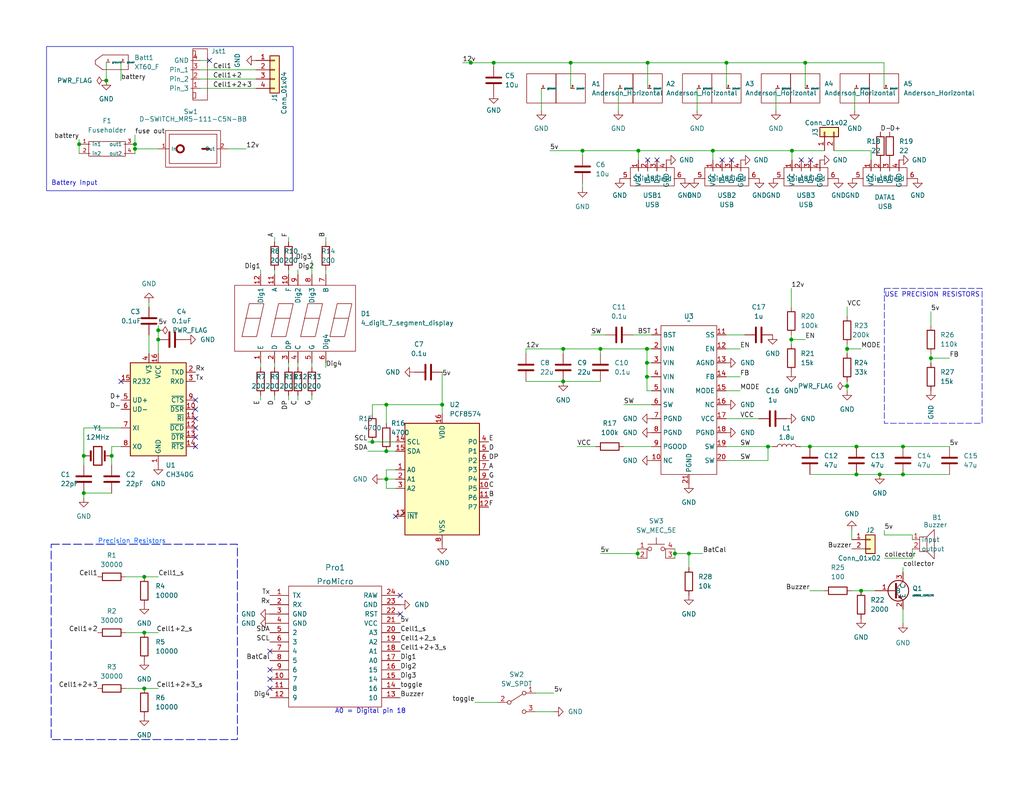
<source format=kicad_sch>
(kicad_sch (version 20230121) (generator eeschema)
  (paper "USLetter")
  (title_block (title "Power Distribution Board") (rev "1") (company "Pioneers in Engineering") (comment 1 "Design By: Justin H."))
  (junction (at 21.59 39.37))
  (junction (at 105.41 123.19))
  (junction (at 209.55 121.92))
  (junction (at 254 97.79))
  (junction (at 39.37 157.48))
  (junction (at 246.38 129.54))
  (junction (at 187.96 151.13))
  (junction (at 36.83 40.64))
  (junction (at 220.98 121.92))
  (junction (at 120.65 110.49))
  (junction (at 153.67 95.25))
  (junction (at 194.5 41.14))
  (junction (at 163.83 95.25))
  (junction (at 176.53 102.87))
  (junction (at 134.71 17.13))
  (junction (at 155.71 17.13))
  (junction (at 184.15 151.13))
  (junction (at 174.18 41.14))
  (junction (at 39.37 172.72))
  (junction (at 176.53 95.25))
  (junction (at 22.86 134.62))
  (junction (at 105.41 130.81))
  (junction (at 153.67 104.14))
  (junction (at 36.83 39.37))
  (junction (at 216.09 41.14))
  (junction (at 198.21 17.13))
  (junction (at 176.71 17.13))
  (junction (at 233.68 121.92))
  (junction (at 219.71 17.13))
  (junction (at 43.18 90.17))
  (junction (at 173.99 151.13))
  (junction (at 43.18 92.71))
  (junction (at 128.46 17.13))
  (junction (at 105.41 110.49))
  (junction (at 231.14 95.25))
  (junction (at 231.14 105.41))
  (junction (at 39.37 187.96))
  (junction (at 234.95 161.29))
  (junction (at 240.03 129.54))
  (junction (at 176.53 99.06))
  (junction (at 246.38 121.92))
  (junction (at 215.9 92.71))
  (junction (at 101.6 120.65))
  (junction (at 29 22))
  (junction (at 30.48 124.46))
  (junction (at 158.94 41.14))
  (junction (at 233.68 129.54))
  (junction (at 22.86 124.46))
  (no_connect (at 53.34 111.76))
  (no_connect (at 57.15 16.51))
  (no_connect (at 218.63 43.68))
  (no_connect (at 53.34 114.3))
  (no_connect (at 197.04 43.68))
  (no_connect (at 53.34 119.38))
  (no_connect (at 53.34 121.92))
  (no_connect (at 73.66 177.8))
  (no_connect (at 176.72 43.68))
  (no_connect (at 179.26 43.68))
  (no_connect (at 221.17 43.68))
  (no_connect (at 109.22 162.56))
  (no_connect (at 109.22 167.64))
  (no_connect (at 199.58 43.68))
  (no_connect (at 107.95 140.97))
  (no_connect (at 53.34 109.22))
  (no_connect (at 53.34 116.84))
  (no_connect (at 33.02 104.14))
  (no_connect (at 73.66 187.96))
  (no_connect (at 73.66 182.88))
  (no_connect (at 73.66 185.42))
  (wire (pts (xy 198.12 91.44) (xy 203.2 91.44)))
  (wire (pts (xy 248.92 147.32) (xy 248.92 146.05)))
  (wire (pts (xy 231.14 93.98) (xy 231.14 95.25)))
  (wire (pts (xy 88.9 73.66) (xy 88.9 74.93)))
  (wire (pts (xy 81.28 73.66) (xy 81.28 74.93)))
  (wire (pts (xy 43.18 88.9) (xy 43.18 90.17)))
  (wire (pts (xy 198.12 125.73) (xy 209.55 125.73)))
  (wire (pts (xy 174.18 41.14) (xy 194.5 41.14)))
  (wire (pts (xy 147.71 24.13) (xy 147.71 30.13)))
  (wire (pts (xy 176.53 102.87) (xy 176.53 106.68)))
  (wire (pts (xy 177.8 95.25) (xy 176.53 95.25)))
  (wire (pts (xy 158.94 41.14) (xy 174.18 41.14)))
  (wire (pts (xy 22.86 124.46) (xy 22.86 127)))
  (wire (pts (xy 216.09 41.14) (xy 216.09 43.68)))
  (wire (pts (xy 74.93 73.66) (xy 74.93 74.93)))
  (wire (pts (xy 176.53 102.87) (xy 177.8 102.87)))
  (wire (pts (xy 163.83 151.13) (xy 173.99 151.13)))
  (wire (pts (xy 219.71 92.71) (xy 215.9 92.71)))
  (wire (pts (xy 187.96 151.13) (xy 191.77 151.13)))
  (wire (pts (xy 100.33 123.19) (xy 105.41 123.19)))
  (wire (pts (xy 54.61 21.59) (xy 69.85 21.59)))
  (wire (pts (xy 40.64 91.44) (xy 40.64 96.52)))
  (wire (pts (xy 155.71 17.13) (xy 155.71 24.13)))
  (wire (pts (xy 155.71 17.13) (xy 176.71 17.13)))
  (wire (pts (xy 237.68 41.14) (xy 237.68 43.68)))
  (wire (pts (xy 170.18 110.49) (xy 177.8 110.49)))
  (wire (pts (xy 105.41 128.27) (xy 107.95 128.27)))
  (wire (pts (xy 246.38 166.37) (xy 246.38 170.18)))
  (wire (pts (xy 88.9 99.06) (xy 88.9 100.33)))
  (wire (pts (xy 71.12 73.66) (xy 71.12 74.93)))
  (wire (pts (xy 85.09 99.06) (xy 85.09 100.33)))
  (wire (pts (xy 129.54 191.77) (xy 135.89 191.77)))
  (wire (pts (xy 227.52 41.14) (xy 237.68 41.14)))
  (wire (pts (xy 194.5 41.14) (xy 216.09 41.14)))
  (wire (pts (xy 233.21 24.13) (xy 233.21 30.13)))
  (wire (pts (xy 105.41 110.49) (xy 120.65 110.49)))
  (wire (pts (xy 33.02 116.84) (xy 22.86 116.84)))
  (wire (pts (xy 126.21 17.13) (xy 128.46 17.13)))
  (wire (pts (xy 39.37 187.96) (xy 43.18 187.96)))
  (wire (pts (xy 74.93 64.77) (xy 74.93 66.04)))
  (wire (pts (xy 163.83 95.25) (xy 163.83 96.52)))
  (wire (pts (xy 74.93 107.95) (xy 74.93 109.22)))
  (wire (pts (xy 234.95 161.29) (xy 238.76 161.29)))
  (wire (pts (xy 254 85.09) (xy 254 88.9)))
  (wire (pts (xy 134.71 17.13) (xy 134.71 18.13)))
  (wire (pts (xy 40.64 83.82) (xy 40.64 82.55)))
  (wire (pts (xy 158.94 50.03) (xy 158.94 51.3)))
  (wire (pts (xy 248.92 149.86) (xy 248.92 152.4)))
  (wire (pts (xy 134.71 25.75) (xy 134.71 25.69)))
  (wire (pts (xy 163.83 95.25) (xy 153.67 95.25)))
  (wire (pts (xy 54.61 19.05) (xy 69.85 19.05)))
  (wire (pts (xy 172.72 91.44) (xy 177.8 91.44)))
  (wire (pts (xy 198.12 106.68) (xy 201.93 106.68)))
  (wire (pts (xy 220.98 161.29) (xy 224.79 161.29)))
  (wire (pts (xy 176.71 17.13) (xy 198.21 17.13)))
  (wire (pts (xy 43.18 90.17) (xy 43.18 92.71)))
  (wire (pts (xy 176.71 17.13) (xy 176.71 24.13)))
  (wire (pts (xy 184.15 151.13) (xy 187.96 151.13)))
  (wire (pts (xy 71.12 99.06) (xy 71.12 100.33)))
  (wire (pts (xy 128.46 17.01) (xy 128.46 17.13)))
  (wire (pts (xy 220.98 121.92) (xy 233.68 121.92)))
  (wire (pts (xy 231.14 106.68) (xy 231.14 105.41)))
  (wire (pts (xy 120.65 110.49) (xy 120.65 113.03)))
  (wire (pts (xy 22.86 116.84) (xy 22.86 124.46)))
  (wire (pts (xy 198.12 121.92) (xy 209.55 121.92)))
  (wire (pts (xy 241.3 146.05) (xy 248.92 146.05)))
  (wire (pts (xy 34.29 172.72) (xy 39.37 172.72)))
  (wire (pts (xy 184.15 151.13) (xy 184.15 152.4)))
  (wire (pts (xy 101.6 120.65) (xy 107.95 120.65)))
  (wire (pts (xy 173.99 151.13) (xy 173.99 152.4)))
  (wire (pts (xy 54.61 16.51) (xy 57.15 16.51)))
  (wire (pts (xy 216.09 41.14) (xy 224.98 41.14)))
  (wire (pts (xy 105.41 130.81) (xy 105.41 133.35)))
  (wire (pts (xy 220.98 129.54) (xy 233.68 129.54)))
  (wire (pts (xy 105.41 110.49) (xy 105.41 115.57)))
  (wire (pts (xy 198.21 17.13) (xy 198.21 24.13)))
  (wire (pts (xy 219.71 17.13) (xy 241.21 17.13)))
  (wire (pts (xy 36.83 36.83) (xy 36.83 39.37)))
  (wire (pts (xy 104.14 130.81) (xy 105.41 130.81)))
  (wire (pts (xy 198.12 102.87) (xy 201.93 102.87)))
  (wire (pts (xy 105.41 130.81) (xy 105.41 128.27)))
  (wire (pts (xy 190.21 24.13) (xy 190.21 30.13)))
  (wire (pts (xy 101.6 113.03) (xy 101.6 110.49)))
  (wire (pts (xy 105.41 123.19) (xy 107.95 123.19)))
  (wire (pts (xy 241.21 17.13) (xy 241.21 24.13)))
  (wire (pts (xy 22.86 134.62) (xy 22.86 135.89)))
  (wire (pts (xy 153.67 95.25) (xy 153.67 96.52)))
  (wire (pts (xy 184.15 149.86) (xy 184.15 151.13)))
  (wire (pts (xy 176.53 95.25) (xy 163.83 95.25)))
  (wire (pts (xy 161.29 91.44) (xy 165.1 91.44)))
  (wire (pts (xy 174.18 41.14) (xy 174.18 43.68)))
  (wire (pts (xy 30.48 124.46) (xy 30.48 127)))
  (wire (pts (xy 173.99 149.86) (xy 173.99 151.13)))
  (wire (pts (xy 153.67 104.14) (xy 163.83 104.14)))
  (wire (pts (xy 176.53 99.06) (xy 177.8 99.06)))
  (wire (pts (xy 158.94 41.14) (xy 158.94 42.41)))
  (wire (pts (xy 85.09 107.95) (xy 85.09 109.22)))
  (wire (pts (xy 33.02 121.92) (xy 30.48 121.92)))
  (wire (pts (xy 198.21 17.13) (xy 219.71 17.13)))
  (wire (pts (xy 33 17) (xy 33 22)))
  (wire (pts (xy 34.29 157.48) (xy 39.37 157.48)))
  (wire (pts (xy 39.37 157.48) (xy 43.18 157.48)))
  (wire (pts (xy 254 97.79) (xy 254 99.06)))
  (wire (pts (xy 194.5 41.14) (xy 194.5 43.68)))
  (wire (pts (xy 105.41 130.81) (xy 107.95 130.81)))
  (wire (pts (xy 22.86 134.62) (xy 30.48 134.62)))
  (wire (pts (xy 233.68 121.92) (xy 246.38 121.92)))
  (wire (pts (xy 157.48 121.92) (xy 162.56 121.92)))
  (wire (pts (xy 143.51 104.14) (xy 153.67 104.14)))
  (wire (pts (xy 85.09 71.12) (xy 85.09 74.93)))
  (wire (pts (xy 43.18 92.71) (xy 43.18 96.52)))
  (wire (pts (xy 146.05 189.23) (xy 151.13 189.23)))
  (wire (pts (xy 150.05 41.14) (xy 158.94 41.14)))
  (wire (pts (xy 146.05 194.31) (xy 151.13 194.31)))
  (wire (pts (xy 36.83 40.64) (xy 43.18 40.64)))
  (wire (pts (xy 81.28 99.06) (xy 81.28 100.33)))
  (wire (pts (xy 170.18 121.92) (xy 177.8 121.92)))
  (wire (pts (xy 233.68 129.54) (xy 240.03 129.54)))
  (wire (pts (xy 71.12 107.95) (xy 71.12 109.22)))
  (wire (pts (xy 219.71 17.13) (xy 219.71 24.13)))
  (wire (pts (xy 88.9 64.77) (xy 88.9 66.04)))
  (wire (pts (xy 100.33 120.65) (xy 101.6 120.65)))
  (wire (pts (xy 215.9 78.74) (xy 215.9 83.82)))
  (wire (pts (xy 107.95 133.35) (xy 105.41 133.35)))
  (wire (pts (xy 246.38 154.94) (xy 246.38 156.21)))
  (wire (pts (xy 128.46 17.13) (xy 134.71 17.13)))
  (wire (pts (xy 34.29 187.96) (xy 39.37 187.96)))
  (wire (pts (xy 30.48 121.92) (xy 30.48 124.46)))
  (wire (pts (xy 78.74 64.77) (xy 78.74 66.04)))
  (wire (pts (xy 101.6 110.49) (xy 105.41 110.49)))
  (wire (pts (xy 241.3 144.78) (xy 241.3 146.05)))
  (wire (pts (xy 176.53 99.06) (xy 176.53 102.87)))
  (wire (pts (xy 231.14 95.25) (xy 234.95 95.25)))
  (wire (pts (xy 209.55 121.92) (xy 210.82 121.92)))
  (wire (pts (xy 78.74 73.66) (xy 78.74 74.93)))
  (wire (pts (xy 168.71 24.13) (xy 168.71 30.13)))
  (wire (pts (xy 218.44 121.92) (xy 220.98 121.92)))
  (wire (pts (xy 254 96.52) (xy 254 97.79)))
  (wire (pts (xy 231.14 83.82) (xy 231.14 86.36)))
  (wire (pts (xy 78.74 107.95) (xy 78.74 109.22)))
  (wire (pts (xy 241.3 152.4) (xy 248.92 152.4)))
  (wire (pts (xy 74.93 99.06) (xy 74.93 100.33)))
  (wire (pts (xy 143.51 95.25) (xy 143.51 96.52)))
  (wire (pts (xy 120.65 101.6) (xy 120.65 110.49)))
  (wire (pts (xy 21.59 38.1) (xy 21.59 39.37)))
  (wire (pts (xy 36.83 39.37) (xy 36.83 40.64)))
  (wire (pts (xy 78.74 99.06) (xy 78.74 100.33)))
  (wire (pts (xy 134.71 17.13) (xy 155.71 17.13)))
  (wire (pts (xy 153.67 95.25) (xy 143.51 95.25)))
  (wire (pts (xy 231.14 105.41) (xy 231.14 104.14)))
  (wire (pts (xy 240.03 129.54) (xy 246.38 129.54)))
  (wire (pts (xy 246.38 129.54) (xy 259.08 129.54)))
  (wire (pts (xy 232.41 161.29) (xy 234.95 161.29)))
  (wire (pts (xy 209.55 121.92) (xy 209.55 125.73)))
  (wire (pts (xy 187.96 151.13) (xy 187.96 154.94)))
  (wire (pts (xy 21.59 39.37) (xy 21.59 41.91)))
  (wire (pts (xy 81.28 107.95) (xy 81.28 109.22)))
  (wire (pts (xy 198.12 95.25) (xy 201.93 95.25)))
  (wire (pts (xy 254 97.79) (xy 259.08 97.79)))
  (wire (pts (xy 215.9 91.44) (xy 215.9 92.71)))
  (wire (pts (xy 198.12 114.3) (xy 207.01 114.3)))
  (wire (pts (xy 177.8 106.68) (xy 176.53 106.68)))
  (wire (pts (xy 29 17) (xy 29 22)))
  (wire (pts (xy 39.37 172.72) (xy 43.18 172.72)))
  (wire (pts (xy 246.38 121.92) (xy 259.08 121.92)))
  (wire (pts (xy 62.18 40.64) (xy 67.15 40.64)))
  (wire (pts (xy 54.61 24.13) (xy 69.85 24.13)))
  (wire (pts (xy 36.83 40.64) (xy 36.83 41.91)))
  (wire (pts (xy 232.41 144.78) (xy 232.41 147.32)))
  (wire (pts (xy 211.71 24.13) (xy 211.71 30.13)))
  (wire (pts (xy 215.9 92.71) (xy 215.9 93.98)))
  (wire (pts (xy 176.53 95.25) (xy 176.53 99.06)))
  (wire (pts (xy 231.14 95.25) (xy 231.14 96.52)))
  (rectangle (start 13.97 148.59) (end 64.77 201.93) (stroke (width 0.2032) (type dash)))
  (rectangle (start 241.3 78.74) (end 267.97 115.57) (stroke (width 0) (type dash)))
  (rectangle (start 12.7 12.7) (end 80.01 52.07))
  (text "A0 = Digital pin 18" (at 91.3556 194.97 0) (effects (font (size 1.27 1.27)) (justify left bottom)))
  (text "Precision Resistors" (at 26.67 148.59 0) (effects (font (size 1.27 1.27)) (justify left bottom)))
  (text "USE PRECISION RESISTORS" (at 241.3 81.28 0) (effects (font (size 1.27 1.27)) (justify left bottom)))
  (text "Battery Input" (at 13.97 50.8 0) (effects (font (size 1.27 1.27)) (justify left bottom)))
  (label "BST" (at 173.99 91.44 0))
  (label "A" (at 133.35 128.27 0))
  (label "MODE" (at 201.93 106.68 0))
  (label "BatCal" (at 73.66 180.34 180))
  (label "Rx" (at 73.66 165.1 180))
  (label "E" (at 71.12 109.22 270))
  (label "5v" (at 150.05 41.14 0))
  (label "SW" (at 161.29 91.44 0))
  (label "SCL" (at 100.33 120.65 180))
  (label "SW" (at 170.18 110.49 0))
  (label "B" (at 88.9 64.77 90))
  (label "5v" (at 163.83 151.13 0))
  (label "12v" (at 126.21 17.13 0))
  (label "toggle" (at 129.54 191.77 180))
  (label "Cell1+2+3_s" (at 109.22 177.8 0))
  (label "collector" (at 246.38 154.94 0))
  (label "SCL" (at 73.66 175.26 180))
  (label "5v" (at 241.3 144.78 0))
  (label "B" (at 133.35 135.89 0))
  (label "G" (at 85.09 109.22 270))
  (label "D+" (at 242.76 36.06 0))
  (label "Cell1" (at 58.11 19.05 0))
  (label "Dig2" (at 109.22 182.88 0))
  (label "C" (at 133.35 133.35 0))
  (label "D-" (at 33.02 111.76 180))
  (label "Dig1" (at 109.22 180.34 0))
  (label "DP" (at 133.35 125.73 0))
  (label "toggle" (at 109.22 187.96 0))
  (label "5v" (at 254 85.09 0))
  (label "SW" (at 201.93 125.73 0))
  (label "5v" (at 120.65 102.87 0))
  (label "battery" (at 33 22 0))
  (label "Cell1_s" (at 43.18 157.48 0))
  (label "Cell1+2_s" (at 42.7 172.72 0))
  (label "Cell1+2+3" (at 58.11 24.13 0))
  (label "Dig4" (at 88.9 100.33 0))
  (label "G" (at 133.35 130.81 0))
  (label "Cell1_s" (at 109.22 172.72 0))
  (label "MODE" (at 234.95 95.25 0))
  (label "Buzzer" (at 220.98 161.29 180))
  (label "Dig3" (at 109.22 185.42 0))
  (label "VCC" (at 201.93 114.3 0))
  (label "F" (at 78.74 64.77 90))
  (label "5v" (at 109.22 170.18 0))
  (label "Buzzer" (at 109.22 190.5 0))
  (label "D-" (at 240.22 36.06 0))
  (label "Cell1" (at 26.67 157.48 180))
  (label "Cell1+2" (at 26.67 172.72 180))
  (label "Cell1+2+3" (at 26.67 187.96 180))
  (label "F" (at 133.35 138.43 0))
  (label "FB" (at 201.93 102.87 0))
  (label "Buzzer" (at 232.41 149.86 180))
  (label "fuse out" (at 36.83 36.83 0))
  (label "EN" (at 201.93 95.25 0))
  (label "DP" (at 78.74 109.22 270))
  (label "C" (at 81.28 109.22 270))
  (label "Cell1+2" (at 58.11 21.59 0))
  (label "12v" (at 143.51 95.25 0))
  (label "Tx" (at 53.34 104.14 0))
  (label "Dig4" (at 73.66 190.5 180))
  (label "SW" (at 201.93 121.92 0))
  (label "D" (at 74.93 109.22 270))
  (label "SDA" (at 100.33 123.19 180))
  (label "collector" (at 241.3 152.4 0))
  (label "12v" (at 215.9 78.74 0))
  (label "VCC" (at 231.14 83.82 0))
  (label "SDA" (at 73.66 172.72 180))
  (label "Cell1+2+3_s" (at 42.7 187.96 0))
  (label "E" (at 133.35 120.65 0))
  (label "Dig1" (at 71.12 73.66 180))
  (label "EN" (at 219.71 92.71 0))
  (label "Dig3" (at 85.09 71.12 180))
  (label "D" (at 133.35 123.19 0))
  (label "Tx" (at 73.66 162.56 180))
  (label "battery" (at 21.59 38.1 180))
  (label "5v" (at 43.18 88.9 0))
  (label "5v" (at 151.13 189.23 0))
  (label "Dig2" (at 81.28 73.66 0))
  (label "A" (at 74.93 64.77 90))
  (label "D+" (at 33.02 109.22 180))
  (label "5v" (at 259.08 121.92 0))
  (label "Cell1+2_s" (at 109.22 175.26 0))
  (label "FB" (at 259.08 97.79 0))
  (label "BatCal" (at 191.77 151.13 0))
  (label "Rx" (at 53.34 101.6 0))
  (label "12v" (at 67.15 40.64 0))
  (label "VCC" (at 157.48 121.92 0))
  (symbol (lib_id "Device:R") (at 187.96 158.75 0) (unit 1)
    (property "Reference" "R28" (at 190.5 157.48 0) (effects (justify left)))
    (property "Value" "10k" (at 190.5 160.02 0) (effects (justify left)))
    (property "Footprint" "Resistor_SMD:R_0402_1005Metric" (effects hide))
  )
  (symbol (lib_id "Device:R") (at 228.6 161.29 270) (unit 1)
    (property "Reference" "R25" (at 228.6 154.94 90))
    (property "Value" "100" (at 228.6 157.48 90))
    (property "Footprint" "Resistor_SMD:R_0603_1608Metric" (effects hide))
  )
  (symbol (lib_id "Device:R") (at 30.48 157.48 90) (unit 1)
    (property "Reference" "R1" (at 30.48 151.61 90))
    (property "Value" "30000" (at 30.48 154.15 90))
    (property "Footprint" "Resistor_SMD:R_0603_1608Metric" (effects hide))
  )
  (symbol (lib_id "Device:C") (at 207.01 91.44 90) (unit 1)
    (property "Reference" "C17" (at 207.01 83.82 90))
    (property "Value" "1u" (at 207.01 86.36 90))
    (property "Footprint" "Capacitor_SMD:C_0402_1005Metric" (effects hide))
  )
  (symbol (lib_id "Device:Crystal") (at 26.67 124.46 0) (unit 1)
    (property "Reference" "Y1" (at 26.67 116.84 0))
    (property "Value" "12MHz" (at 26.67 119.38 0))
    (property "Footprint" "PiE_Footprints:JYJE S1C12000VWFAC" (effects hide))
  )
  (symbol (lib_id "power:GND") (at 177.8 114.3 270) (unit 1)
    (property "Reference" "#PWR037" (effects hide))
    (property "Value" "GND" (at 173.99 114.3 90) (effects (justify right)))
  )
  (symbol (lib_id "power:GND") (at 186.88 48.76 0) (unit 1)
    (property "Reference" "#PWR022" (effects hide))
    (property "Value" "GND" (at 186.88 53.33 0))
  )
  (symbol (lib_id "power:GND") (at 151.13 194.31 90) (unit 1)
    (property "Reference" "#PWR030" (effects hide))
    (property "Value" "GND" (at 154.94 194.3099 90) (effects (justify right)))
  )
  (symbol (lib_id "Device:R") (at 39.37 176.53 180) (unit 1)
    (property "Reference" "R5" (at 42.39 175.2599 0) (effects (justify right)))
    (property "Value" "10000" (at 42.39 177.7999 0) (effects (justify right)))
    (property "Footprint" "Resistor_SMD:R_0603_1608Metric" (effects hide))
  )
  (symbol (lib_id "power:GND") (at 228.79 48.76 0) (unit 1)
    (property "Reference" "#PWR033" (effects hide))
    (property "Value" "GND" (at 228.79 53.33 0))
  )
  (symbol (lib_id "power:GND") (at 198.12 110.49 90) (unit 1)
    (property "Reference" "#PWR044" (effects hide))
    (property "Value" "GND" (at 201.93 110.49 90) (effects (justify right)))
  )
  (symbol (lib_id "Device:C") (at 233.68 125.73 180) (unit 1)
    (property "Reference" "C13" (at 237.49 124.46 0) (effects (justify right)))
    (property "Value" "47u" (at 237.49 127 0) (effects (justify right)))
    (property "Footprint" "Capacitor_SMD:C_1206_3216Metric" (effects hide))
  )
  (symbol (lib_id "PiE_Symbols:TPS56C230") (at 187.96 106.68 0) (unit 1)
    (property "Reference" "U3" (at 187.96 86.36 0))
    (property "Value" "~" (at 187.96 87.63 0))
    (property "Footprint" "PiE_Footprints:TPS56C230RJER" (effects hide))
  )
  (symbol (lib_id "power:GND") (at 134.71 25.69 0) (unit 1)
    (property "Reference" "#PWR010" (effects hide))
    (property "Value" "GND" (at 134.71 30.1 0))
  )
  (symbol (lib_id "Device:C") (at 210.82 114.3 90) (unit 1)
    (property "Reference" "C16" (at 210.82 106.68 90))
    (property "Value" "1u" (at 210.82 109.22 90))
    (property "Footprint" "Capacitor_SMD:C_0402_1005Metric" (effects hide))
  )
  (symbol (lib_name "GND_2") (lib_id "power:GND") (at 210.82 91.44 0) (unit 1)
    (property "Reference" "#PWR047" (effects hide))
    (property "Value" "GND" (at 210.82 96.52 0))
  )
  (symbol (lib_id "PiE_Symbols:4_digit_7_segment_display") (at 80.01 88.9 0) (unit 1)
    (property "Reference" "D1" (at 98.41 85.6299 0) (effects (justify left)))
    (property "Value" "4_digit_7_segment_display" (at 98.41 88.1699 0) (effects (justify left)))
    (property "Footprint" "PiE_Footprints:LED-SEG-TH_12P-L30.0-W13.7-P2.54-S10.16-BL" (effects hide))
  )
  (symbol (lib_name "GND_1") (lib_id "power:GND") (at 215.9 101.6 0) (unit 1)
    (property "Reference" "#PWR09" (effects hide))
    (property "Value" "GND" (at 215.9 106.68 0))
  )
  (symbol (lib_id "Device:R") (at 39.37 161.29 0) (unit 1)
    (property "Reference" "R4" (at 42.39 160.0199 0) (effects (justify left)))
    (property "Value" "10000" (at 42.39 162.5599 0) (effects (justify left)))
    (property "Footprint" "Resistor_SMD:R_0603_1608Metric" (effects hide))
  )
  (symbol (lib_id "power:GND") (at 233.21 30.13 0) (unit 1)
    (property "Reference" "#PWR035" (effects hide))
    (property "Value" "GND" (at 233.21 35.08 0))
  )
  (symbol (lib_id "power:GND") (at 198.12 118.11 90) (unit 1)
    (property "Reference" "#PWR045" (effects hide))
    (property "Value" "GND" (at 201.93 118.11 90) (effects (justify right)))
  )
  (symbol (lib_id "Device:C") (at 40.64 87.63 180) (unit 1)
    (property "Reference" "C3" (at 35.56 85.09 0) (effects (justify right)))
    (property "Value" "0.1uF" (at 33.02 87.63 0) (effects (justify right)))
    (property "Footprint" "Capacitor_SMD:C_0603_1608Metric" (effects hide))
  )
  (symbol (lib_id "Device:R") (at 254 92.71 0) (unit 1)
    (property "Reference" "R26" (at 256.54 91.44 0) (effects (justify left)))
    (property "Value" "110k" (at 256.54 93.98 0) (effects (justify left)))
    (property "Footprint" "Resistor_SMD:R_0402_1005Metric" (effects hide))
  )
  (symbol (lib_id "Device:R") (at 78.74 104.14 0) (unit 1)
    (property "Reference" "R11" (at 77.47 102.87 0) (effects (justify left)))
    (property "Value" "200" (at 76.2 105.41 0) (effects (justify left)))
    (property "Footprint" "Resistor_SMD:R_0603_1608Metric" (effects hide))
  )
  (symbol (lib_id "Interface_USB:CH340G") (at 43.18 111.76 0) (unit 1)
    (property "Reference" "U1" (at 45.1994 127 0) (effects (justify left)))
    (property "Value" "CH340G" (at 45.1994 129.54 0) (effects (justify left)))
    (property "Footprint" "Package_SO:SOP-16_3.9x9.9mm_P1.27mm" (effects hide))
    (property "Datasheet" "http://www.datasheet5.com/pdf-local-2195953" (effects hide))
  )
  (symbol (lib_id "power:GND") (at 232.6 48.76 0) (unit 1)
    (property "Reference" "#PWR034" (effects hide))
    (property "Value" "GND" (at 232.6 53.33 0))
  )
  (symbol (lib_id "power:GND") (at 189.42 48.76 0) (unit 1)
    (property "Reference" "#PWR023" (effects hide))
    (property "Value" "GND" (at 189.42 53.33 0))
  )
  (symbol (lib_id "Device:R") (at 242.76 39.87 0) (unit 1)
    (property "Reference" "R19" (at 245.3 38.5999 0) (effects (justify left)))
    (property "Value" "22" (at 245.3 41.1399 0) (effects (justify left)))
    (property "Footprint" "Resistor_SMD:R_0603_1608Metric" (effects hide))
  )
  (symbol (lib_id "power:GND") (at 211.01 48.76 0) (unit 1)
    (property "Reference" "#PWR028" (effects hide))
    (property "Value" "GND" (at 211.01 53.33 0))
  )
  (symbol (lib_id "power:GND") (at 198.12 99.06 90) (unit 1)
    (property "Reference" "#PWR043" (effects hide))
    (property "Value" "GND" (at 201.93 99.06 90) (effects (justify right)))
  )
  (symbol (lib_id "PiE_Symbols:D-SWITCH_MR5-111-C5N-BB") (at 52.18 40.64 0) (unit 1)
    (property "Reference" "Sw1" (at 52.07 30.48 0))
    (property "Value" "D-SWITCH_MR5-111-C5N-BB" (at 52.68 32.512 0))
    (property "Footprint" "PiE_Footprints:Rocker Switch" (effects hide))
  )
  (symbol (lib_id "power:PWR_FLAG") (at 29 22 90) (unit 1)
    (property "Reference" "#FLG01" (effects hide))
    (property "Value" "PWR_FLAG" (at 25.2 21.9999 90) (effects (justify left)))
  )
  (symbol (lib_id "power:GND") (at 187.96 132.08 0) (unit 1)
    (property "Reference" "#PWR041" (effects hide))
    (property "Value" "GND" (at 187.96 137.16 0))
  )
  (symbol (lib_name "USB_Type_A_903-331A1011D10100_2") (lib_id "PiE_Symbols:USB_Type_A_903-331A1011D10100") (at 219.9 48.76 180) (unit 1)
    (property "Reference" "USB3" (at 219.9 53.33 0))
    (property "Value" "USB" (at 219.9 55.87 0))
    (property "Footprint" "PiE_Footprints:USB-A_female" (effects hide))
  )
  (symbol (lib_id "power:GND") (at 73.66 167.64 270) (unit 1)
    (property "Reference" "#PWR011" (effects hide))
    (property "Value" "GND" (at 69.85 167.6399 90) (effects (justify right)))
  )
  (symbol (lib_id "Connector_Generic:Conn_01x02") (at 224.98 36.06 90) (unit 1)
    (property "Reference" "J3" (at 222.44 37.33 0) (effects (justify left)))
    (property "Value" "Conn_01x02" (at 231.33 33.52 90) (effects (justify left)))
    (property "Footprint" "PiE_Footprints:PinHeader_1x02_P2.54mm_Vertical" (effects hide))
  )
  (symbol (lib_id "power:GND") (at 177.8 125.73 270) (unit 1)
    (property "Reference" "#PWR039" (effects hide))
    (property "Value" "GND" (at 173.99 125.73 90) (effects (justify right)))
  )
  (symbol (lib_id "Device:R") (at 166.37 121.92 90) (unit 1)
    (property "Reference" "R17" (at 166.37 115.57 90))
    (property "Value" "100k" (at 166.37 118.11 90))
    (property "Footprint" "Resistor_SMD:R_0402_1005Metric" (effects hide))
  )
  (symbol (lib_name "GND_3") (lib_id "power:GND") (at 187.96 162.56 0) (unit 1)
    (property "Reference" "#PWR042" (effects hide))
    (property "Value" "GND" (at 187.96 167.64 0))
  )
  (symbol (lib_id "Interface_Expansion:PCF8574") (at 120.65 130.81 0) (unit 1)
    (property "Reference" "U2" (at 122.6694 110.49 0) (effects (justify left)))
    (property "Value" "PCF8574" (at 122.6694 113.03 0) (effects (justify left)))
    (property "Footprint" "PiE_Footprints:PCF8574T" (effects hide))
    (property "Datasheet" "http://www.nxp.com/documents/data_sheet/PCF8574_PCF8574A.pdf" (effects hide))
  )
  (symbol (lib_id "Device:R") (at 74.93 104.14 0) (unit 1)
    (property "Reference" "R9" (at 73.66 102.87 0) (effects (justify left)))
    (property "Value" "200" (at 72.39 105.41 0) (effects (justify left)))
    (property "Footprint" "Resistor_SMD:R_0603_1608Metric" (effects hide))
  )
  (symbol (lib_id "Device:R") (at 231.14 100.33 0) (unit 1)
    (property "Reference" "R24" (at 234.95 99.06 0))
    (property "Value" "33k" (at 234.95 101.6 0))
    (property "Footprint" "Resistor_SMD:R_0402_1005Metric" (effects hide))
  )
  (symbol (lib_id "PiE_Symbols:s8050_JSMSEMI") (at 244.76 160.79 0) (unit 1)
    (property "Reference" "Q1" (at 248.92 160.6549 0) (effects (justify left)))
    (property "Value" "s8050_JSMSEMI" (at 248.92 162.56 0) (effects (font (size 0.5 0.5)) (justify left)))
    (property "Footprint" "PiE_Footprints:s8050 JSMSEMI" (effects hide))
  )
  (symbol (lib_id "power:GND") (at 50.8 92.71 90) (unit 1)
    (property "Reference" "#PWR08" (effects hide))
    (property "Value" "GND" (at 54.61 92.7099 90) (effects (justify right)))
  )
  (symbol (lib_id "PiE_Symbols:USB_Type_A_903-331A1011D10100") (at 177.99 48.76 180) (unit 1)
    (property "Reference" "USB1" (at 177.99 53.33 0))
    (property "Value" "USB" (at 177.99 55.87 0))
    (property "Footprint" "PiE_Footprints:USB-A_female" (effects hide))
  )
  (symbol (lib_id "PiE_Symbols:Anderson_Horizontal") (at 237.21 20.13 0) (unit 1)
    (property "Reference" "A5" (at 246.51 22.8599 0) (effects (justify left)))
    (property "Value" "Anderson_Horizontal" (at 246.51 25.3999 0) (effects (justify left)))
    (property "Footprint" "PiE_Footprints:anderson_horizontal" (effects hide))
  )
  (symbol (lib_name "USB_Type_A_903-331A1011D10100_3") (lib_id "PiE_Symbols:USB_Type_A_903-331A1011D10100") (at 241.49 48.76 180) (unit 1)
    (property "Reference" "DATA1" (at 241.49 53.84 0))
    (property "Value" "USB" (at 241.49 56.38 0))
    (property "Footprint" "PiE_Footprints:USB-A_female" (effects hide))
  )
  (symbol (lib_id "Device:R") (at 30.48 187.96 270) (unit 1)
    (property "Reference" "R3" (at 30.48 182.09 90))
    (property "Value" "30000" (at 30.48 184.63 90))
    (property "Footprint" "Resistor_SMD:R_0603_1608Metric" (effects hide))
  )
  (symbol (lib_id "Device:R") (at 231.14 90.17 0) (unit 1)
    (property "Reference" "R23" (at 234.95 88.9 0))
    (property "Value" "200k" (at 234.95 91.44 0))
    (property "Footprint" "Resistor_SMD:R_0402_1005Metric" (effects hide))
  )
  (symbol (lib_id "Switch:SW_MEC_5E") (at 179.07 152.4 0) (unit 1)
    (property "Reference" "SW3" (at 179.07 142.24 0))
    (property "Value" "SW_MEC_5E" (at 179.07 144.78 0))
    (property "Footprint" "Button_Switch_THT:SW_PUSH_6mm" (effects hide))
    (property "Datasheet" "http://www.apem.com/int/index.php?controller=attachment&id_attachment=1371" (effects hide))
  )
  (symbol (lib_id "Device:C") (at 168.91 91.44 90) (unit 1)
    (property "Reference" "C11" (at 168.91 83.82 90))
    (property "Value" "0.1u" (at 168.91 86.36 90))
    (property "Footprint" "Capacitor_SMD:C_0402_1005Metric" (effects hide))
  )
  (symbol (lib_id "Device:R") (at 105.41 119.38 0) (unit 1)
    (property "Reference" "R16" (at 106.68 115.57 0) (effects (justify left)))
    (property "Value" "4700" (at 106.68 118.11 0) (effects (justify left)))
    (property "Footprint" "Resistor_SMD:R_0603_1608Metric" (effects hide))
  )
  (symbol (lib_id "PiE_Symbols:Anderson_Horizontal") (at 194.21 20.13 0) (unit 1)
    (property "Reference" "A3" (at 203.33 22.8599 0) (effects (justify left)))
    (property "Value" "Anderson_Horizontal" (at 203.33 25.3999 0) (effects (justify left)))
    (property "Footprint" "PiE_Footprints:anderson_horizontal" (effects hide))
  )
  (symbol (lib_id "power:GND") (at 120.65 148.59 0) (unit 1)
    (property "Reference" "#PWR024" (effects hide))
    (property "Value" "GND" (at 120.65 153.67 0))
  )
  (symbol (lib_id "power:GND") (at 181.8 43.68 90) (unit 1)
    (property "Reference" "#PWR020" (effects hide))
    (property "Value" "GND" (at 185.28 43.6799 90) (effects (justify right)))
  )
  (symbol (lib_id "power:GND") (at 232.41 144.78 180) (unit 1)
    (property "Reference" "#PWR049" (effects hide))
    (property "Value" "GND" (at 232.41 140.3 0))
  )
  (symbol (lib_id "Device:R") (at 234.95 165.1 180) (unit 1)
    (property "Reference" "R22" (at 237.49 163.83 0) (effects (justify right)))
    (property "Value" "2000" (at 237.49 166.37 0) (effects (justify right)))
    (property "Footprint" "Resistor_SMD:R_0603_1608Metric" (effects hide))
  )
  (symbol (lib_id "PiE_Symbols:XT60_F") (at 31 15 0) (unit 1)
    (property "Reference" "Batt1" (at 36.63 15.7299 0) (effects (justify left)))
    (property "Value" "XT60_F" (at 36.63 18.2699 0) (effects (justify left)))
    (property "Footprint" "PiE_Footprints:AMASS_XT60-M_1x02_P7.20mm_Vertical" (effects hide))
  )
  (symbol (lib_id "PiE_Symbols:Anderson_Horizontal") (at 172.71 20.13 0) (unit 1)
    (property "Reference" "A2" (at 181.74 22.8599 0) (effects (justify left)))
    (property "Value" "Anderson_Horizontal" (at 181.74 25.3999 0) (effects (justify left)))
    (property "Footprint" "PiE_Footprints:anderson_horizontal" (effects hide))
  )
  (symbol (lib_id "Device:C") (at 220.98 125.73 180) (unit 1)
    (property "Reference" "C12" (at 224.79 124.46 0) (effects (justify right)))
    (property "Value" "47u" (at 224.79 127 0) (effects (justify right)))
    (property "Footprint" "Capacitor_SMD:C_1206_3216Metric" (effects hide))
  )
  (symbol (lib_id "power:GND") (at 246.38 170.18 0) (unit 1)
    (property "Reference" "#PWR051" (effects hide))
    (property "Value" "GND" (at 246.38 175.514 0))
  )
  (symbol (lib_id "Device:R") (at 254 102.87 0) (unit 1)
    (property "Reference" "R27" (at 256.54 101.6 0) (effects (justify left)))
    (property "Value" "15k" (at 256.54 104.14 0) (effects (justify left)))
    (property "Footprint" "Resistor_SMD:R_0402_1005Metric" (effects hide))
  )
  (symbol (lib_id "power:PWR_FLAG") (at 43.18 90.17 270) (unit 1)
    (property "Reference" "#FLG02" (effects hide))
    (property "Value" "PWR_FLAG" (at 46.99 90.1699 90) (effects (justify left)))
  )
  (symbol (lib_id "Switch:SW_SPDT") (at 140.97 191.77 0) (unit 1)
    (property "Reference" "SW2" (at 140.97 184.15 0))
    (property "Value" "SW_SPDT" (at 140.97 186.69 0))
    (property "Footprint" "PiE_Footprints:DEALON SS-12D01-G3" (effects hide))
  )
  (symbol (lib_id "power:GND") (at 43.18 127 0) (unit 1)
    (property "Reference" "#PWR07" (effects hide))
    (property "Value" "GND" (at 43.18 132.08 0))
  )
  (symbol (lib_id "Device:C") (at 46.99 92.71 90) (unit 1)
    (property "Reference" "C4" (at 49.53 85.09 90))
    (property "Value" "0.1uF" (at 49.53 87.63 90))
    (property "Footprint" "Capacitor_SMD:C_0603_1608Metric" (effects hide))
  )
  (symbol (lib_id "Device:C") (at 134.71 21.94 0) (unit 1)
    (property "Reference" "C5" (at 137.758 20.6699 0) (effects (justify left)))
    (property "Value" "10u" (at 137.758 23.2099 0) (effects (justify left)))
    (property "Footprint" "Capacitor_THT:CP_Radial_D5.0mm_P2.00mm" (effects hide))
  )
  (symbol (lib_name "USB_Type_A_903-331A1011D10100_1") (lib_id "PiE_Symbols:USB_Type_A_903-331A1011D10100") (at 198.31 48.76 180) (unit 1)
    (property "Reference" "USB2" (at 198.31 53.33 0))
    (property "Value" "USB" (at 198.31 55.87 0))
    (property "Footprint" "PiE_Footprints:USB-A_female" (effects hide))
  )
  (symbol (lib_id "Device:C") (at 116.84 101.6 90) (unit 1)
    (property "Reference" "C7" (at 114.3 93.98 90))
    (property "Value" "0.1u" (at 114.3 96.52 90))
    (property "Footprint" "Capacitor_SMD:C_0603_1608Metric" (effects hide))
  )
  (symbol (lib_id "power:GND") (at 158.94 51.3 0) (unit 1)
    (property "Reference" "#PWR015" (effects hide))
    (property "Value" "GND" (at 158.94 56.41 0))
  )
  (symbol (lib_id "power:GND") (at 177.8 118.11 270) (unit 1)
    (property "Reference" "#PWR038" (effects hide))
    (property "Value" "GND" (at 173.99 118.11 90) (effects (justify right)))
  )
  (symbol (lib_id "Connector_Generic:Conn_01x04") (at 74.93 19.05 0) (unit 1)
    (property "Reference" "J1" (at 74.93 26.67 90))
    (property "Value" "Conn_01x04" (at 77.47 25.4 90))
    (property "Footprint" "PiE_Footprints:PinHeader_1x04_P2.54mm_Vertical" (effects hide))
  )
  (symbol (lib_id "Device:R") (at 240.22 39.87 0) (unit 1)
    (property "Reference" "R18" (at 236.41 38.6 0) (effects (justify left)))
    (property "Value" "22" (at 237.68 41.14 0) (effects (justify left)))
    (property "Footprint" "Resistor_SMD:R_0603_1608Metric" (effects hide))
  )
  (symbol (lib_id "power:GND") (at 153.67 104.14 0) (unit 1)
    (property "Reference" "#PWR031" (effects hide))
    (property "Value" "GND" (at 153.67 109.22 0))
  )
  (symbol (lib_id "Device:R") (at 88.9 69.85 0) (unit 1)
    (property "Reference" "R14" (at 87.63 68.58 0) (effects (justify left)))
    (property "Value" "200" (at 87.63 71.12 0) (effects (justify left)))
    (property "Footprint" "Resistor_SMD:R_0603_1608Metric" (effects hide))
  )
  (symbol (lib_id "Device:R") (at 215.9 97.79 0) (unit 1)
    (property "Reference" "R21" (at 218.44 96.52 0) (effects (justify left)))
    (property "Value" "15k" (at 218.44 99.06 0) (effects (justify left)))
    (property "Footprint" "Resistor_SMD:R_0402_1005Metric" (effects hide))
  )
  (symbol (lib_id "PiE_Symbols:ProMicro") (at 91.44 181.61 0) (unit 1)
    (property "Reference" "Pro1" (at 91.44 154.94 0) (effects (font (size 1.524 1.524))))
    (property "Value" "ProMicro" (at 91.44 158.75 0) (effects (font (size 1.524 1.524))))
    (property "Footprint" "PiE_Footprints:ProMicro-EnforcedTop" (effects hide))
  )
  (symbol (lib_id "power:GND") (at 39.37 165.1 0) (unit 1)
    (property "Reference" "#PWR03" (effects hide))
    (property "Value" "GND" (at 39.37 170.18 0))
  )
  (symbol (lib_id "power:GND") (at 40.64 82.55 180) (unit 1)
    (property "Reference" "#PWR06" (effects hide))
    (property "Value" "GND" (at 40.64 77.47 0))
  )
  (symbol (lib_id "power:GND") (at 73.66 170.18 270) (unit 1)
    (property "Reference" "#PWR012" (effects hide))
    (property "Value" "GND" (at 69.85 170.1799 90) (effects (justify right)))
  )
  (symbol (lib_id "power:GND") (at 109.22 165.1 90) (unit 1)
    (property "Reference" "#PWR019" (effects hide))
    (property "Value" "GND" (at 113.03 165.0999 90) (effects (justify right)))
  )
  (symbol (lib_id "power:GND") (at 254 106.68 0) (unit 1)
    (property "Reference" "#PWR053" (effects hide))
    (property "Value" "GND" (at 254 110.49 90) (effects (justify right)))
  )
  (symbol (lib_id "power:GND") (at 211.71 30.13 0) (unit 1)
    (property "Reference" "#PWR029" (effects hide))
    (property "Value" "GND" (at 211.71 35.08 0))
  )
  (symbol (lib_id "Device:L") (at 214.63 121.92 90) (unit 1)
    (property "Reference" "L1" (at 214.63 116.84 90))
    (property "Value" "1.8u" (at 214.63 119.38 90))
    (property "Footprint" "PiE_Footprints:125CDMCCDS-1R8MC" (effects hide))
  )
  (symbol (lib_id "Device:C") (at 30.48 130.81 0) (unit 1)
    (property "Reference" "C2" (at 34.29 129.5399 0) (effects (justify left)))
    (property "Value" "22pF" (at 34.29 132.0799 0) (effects (justify left)))
    (property "Footprint" "Capacitor_SMD:C_0603_1608Metric" (effects hide))
  )
  (symbol (lib_id "Device:R") (at 215.9 87.63 0) (unit 1)
    (property "Reference" "R20" (at 218.44 86.36 0) (effects (justify left)))
    (property "Value" "100k" (at 218.44 88.9 0) (effects (justify left)))
    (property "Footprint" "Resistor_SMD:R_0402_1005Metric" (effects hide))
  )
  (symbol (lib_id "PiE_Symbols:Anderson_Horizontal") (at 215.71 20.13 0) (unit 1)
    (property "Reference" "A4" (at 224.92 22.8599 0) (effects (justify left)))
    (property "Value" "Anderson_Horizontal" (at 224.92 25.3999 0) (effects (justify left)))
    (property "Footprint" "PiE_Footprints:anderson_horizontal" (effects hide))
  )
  (symbol (lib_id "Device:R") (at 101.6 116.84 0) (unit 1)
    (property "Reference" "R15" (at 97.79 114.3 0) (effects (justify left)))
    (property "Value" "4700" (at 99.06 116.84 0) (effects (justify left)))
    (property "Footprint" "Resistor_SMD:R_0603_1608Metric" (effects hide))
  )
  (symbol (lib_id "power:GND") (at 22.86 135.89 0) (unit 1)
    (property "Reference" "#PWR01" (effects hide))
    (property "Value" "GND" (at 22.86 140.97 0))
  )
  (symbol (lib_id "Connector_Generic:Conn_01x02") (at 237.49 147.32 0) (unit 1)
    (property "Reference" "J2" (at 236.22 144.78 0) (effects (justify left)))
    (property "Value" "Conn_01x02" (at 228.6 152.4 0) (effects (justify left)))
    (property "Footprint" "PiE_Footprints:PinHeader_1x02_P2.54mm_Vertical" (effects hide))
  )
  (symbol (lib_id "power:GND") (at 240.03 129.54 0) (unit 1)
    (property "Reference" "#PWR052" (effects hide))
    (property "Value" "GND" (at 240.03 134.62 0))
  )
  (symbol (lib_id "power:GND") (at 250.38 48.76 0) (unit 1)
    (property "Reference" "#PWR040" (effects hide))
    (property "Value" "GND" (at 250.38 53.33 0))
  )
  (symbol (lib_id "power:PWR_FLAG") (at 231.14 105.41 90) (unit 1)
    (property "Reference" "#FLG03" (effects hide))
    (property "Value" "PWR_FLAG" (at 227.33 105.41 90) (effects (justify left)))
  )
  (symbol (lib_id "power:GND") (at 39.37 180.34 0) (unit 1)
    (property "Reference" "#PWR04" (effects hide))
    (property "Value" "GND" (at 39.37 185.42 0))
  )
  (symbol (lib_id "power:GND") (at 207.2 48.76 0) (unit 1)
    (property "Reference" "#PWR027" (effects hide))
    (property "Value" "GND" (at 207.2 53.33 0))
  )
  (symbol (lib_name "GND_4") (lib_id "power:GND") (at 234.95 168.91 0) (unit 1)
    (property "Reference" "#PWR048" (effects hide))
    (property "Value" "GND" (at 234.95 173.99 0))
  )
  (symbol (lib_id "power:GND") (at 231.14 106.68 0) (unit 1)
    (property "Reference" "#PWR050" (effects hide))
    (property "Value" "GND" (at 231.14 111.76 0))
  )
  (symbol (lib_name "GND_2") (lib_id "power:GND") (at 214.63 114.3 90) (unit 1)
    (property "Reference" "#PWR013" (effects hide))
    (property "Value" "GND" (at 218.44 114.3 90) (effects (justify right)))
  )
  (symbol (lib_id "Device:R") (at 81.28 104.14 0) (unit 1)
    (property "Reference" "R12" (at 80.01 102.87 0) (effects (justify left)))
    (property "Value" "200" (at 80.01 105.41 0) (effects (justify left)))
    (property "Footprint" "Resistor_SMD:R_0603_1608Metric" (effects hide))
  )
  (symbol (lib_id "power:GND") (at 69.85 16.51 270) (unit 1)
    (property "Reference" "#PWR046" (effects hide))
    (property "Value" "GND" (at 64.77 16.51 0))
  )
  (symbol (lib_id "power:GND") (at 29 22 0) (unit 1)
    (property "Reference" "#PWR02" (effects hide))
    (property "Value" "GND" (at 29 27.02 0))
  )
  (symbol (lib_id "power:GND") (at 169.1 48.76 0) (unit 1)
    (property "Reference" "#PWR017" (effects hide))
    (property "Value" "GND" (at 169.1 53.33 0))
  )
  (symbol (lib_id "power:GND") (at 190.21 30.13 0) (unit 1)
    (property "Reference" "#PWR025" (effects hide))
    (property "Value" "GND" (at 190.21 35.08 0))
  )
  (symbol (lib_id "Device:R") (at 74.93 69.85 0) (unit 1)
    (property "Reference" "R8" (at 73.66 68.58 0) (effects (justify left)))
    (property "Value" "200" (at 73.66 71.12 0) (effects (justify left)))
    (property "Footprint" "Resistor_SMD:R_0603_1608Metric" (effects hide))
  )
  (symbol (lib_id "PiE_Symbols:Anderson_Horizontal") (at 151.71 20.13 0) (unit 1)
    (property "Reference" "A1" (at 161.42 22.8599 0) (effects (justify left)))
    (property "Value" "Anderson_Horizontal" (at 161.42 25.3999 0) (effects (justify left)))
    (property "Footprint" "PiE_Footprints:anderson_horizontal" (effects hide))
  )
  (symbol (lib_id "PiE_Symbols:JST-XH_4-pin") (at 54.61 20.32 90) (unit 1)
    (property "Reference" "Jst1" (at 59.69 13.97 90))
    (property "Value" "JST-XH_4-pin" (effects hide))
    (property "Footprint" "PiE_Footprints:JST_XH_B4B-XH-A_1x04_P2.50mm_Vertical" (effects hide))
  )
  (symbol (lib_id "power:GND") (at 223.71 43.68 90) (unit 1)
    (property "Reference" "#PWR032" (effects hide))
    (property "Value" "GND" (at 227.19 43.6799 90) (effects (justify right)))
  )
  (symbol (lib_id "power:GND") (at 202.12 43.68 90) (unit 1)
    (property "Reference" "#PWR026" (effects hide))
    (property "Value" "GND" (at 205.6 43.6799 90) (effects (justify right)))
  )
  (symbol (lib_id "power:GND") (at 113.03 101.6 270) (unit 1)
    (property "Reference" "#PWR021" (effects hide))
    (property "Value" "GND" (at 109.22 101.5999 90) (effects (justify right)))
  )
  (symbol (lib_id "power:GND") (at 245.3 43.68 90) (unit 1)
    (property "Reference" "#PWR036" (effects hide))
    (property "Value" "GND" (at 248.78 43.6799 90) (effects (justify right)))
  )
  (symbol (lib_id "power:GND") (at 168.71 30.13 0) (unit 1)
    (property "Reference" "#PWR016" (effects hide))
    (property "Value" "GND" (at 168.71 35.08 0))
  )
  (symbol (lib_id "Device:C") (at 143.51 100.33 180) (unit 1)
    (property "Reference" "C8" (at 147.32 99.06 0) (effects (justify right)))
    (property "Value" "22u" (at 147.32 101.6 0) (effects (justify right)))
    (property "Footprint" "Capacitor_SMD:C_1206_3216Metric" (effects hide))
  )
  (symbol (lib_id "Device:R") (at 78.74 69.85 0) (unit 1)
    (property "Reference" "R10" (at 77.47 68.58 0) (effects (justify left)))
    (property "Value" "200" (at 77.47 71.12 0) (effects (justify left)))
    (property "Footprint" "Resistor_SMD:R_0603_1608Metric" (effects hide))
  )
  (symbol (lib_id "power:GND") (at 147.71 30.13 0) (unit 1)
    (property "Reference" "#PWR014" (effects hide))
    (property "Value" "GND" (at 147.71 35.08 0))
  )
  (symbol (lib_id "Device:C") (at 246.38 125.73 180) (unit 1)
    (property "Reference" "C14" (at 250.19 124.46 0) (effects (justify right)))
    (property "Value" "47u" (at 250.19 127 0) (effects (justify right)))
    (property "Footprint" "Capacitor_SMD:C_1206_3216Metric" (effects hide))
  )
  (symbol (lib_id "Device:C") (at 259.08 125.73 180) (unit 1)
    (property "Reference" "C15" (at 262.89 124.46 0) (effects (justify right)))
    (property "Value" "47u" (at 262.89 127 0) (effects (justify right)))
    (property "Footprint" "Capacitor_SMD:C_1206_3216Metric" (effects hide))
  )
  (symbol (lib_id "Device:C") (at 22.86 130.81 0) (unit 1)
    (property "Reference" "C1" (at 16.51 129.54 0) (effects (justify left)))
    (property "Value" "22pF" (at 16.51 132.08 0) (effects (justify left)))
    (property "Footprint" "Capacitor_SMD:C_0603_1608Metric" (effects hide))
  )
  (symbol (lib_id "Device:R") (at 71.12 104.14 0) (unit 1)
    (property "Reference" "R7" (at 69.85 102.87 0) (effects (justify left)))
    (property "Value" "200" (at 68.58 105.41 0) (effects (justify left)))
    (property "Footprint" "Resistor_SMD:R_0603_1608Metric" (effects hide))
  )
  (symbol (lib_id "power:GND") (at 39.37 195.58 0) (unit 1)
    (property "Reference" "#PWR05" (effects hide))
    (property "Value" "GND" (at 39.37 200.66 0))
  )
  (symbol (lib_id "Device:C") (at 158.94 46.22 0) (unit 1)
    (property "Reference" "C6" (at 162.5 44.9499 0) (effects (justify left)))
    (property "Value" "10u" (at 162.5 47.4899 0) (effects (justify left)))
    (property "Footprint" "Capacitor_THT:CP_Radial_D5.0mm_P2.00mm" (effects hide))
  )
  (symbol (lib_id "power:GND") (at 104.14 130.81 270) (unit 1)
    (property "Reference" "#PWR018" (effects hide))
    (property "Value" "GND" (at 100.33 130.8099 90) (effects (justify right)))
  )
  (symbol (lib_id "Device:R") (at 30.48 172.72 90) (unit 1)
    (property "Reference" "R2" (at 30.48 166.85 90))
    (property "Value" "30000" (at 30.48 169.39 90))
    (property "Footprint" "Resistor_SMD:R_0603_1608Metric" (effects hide))
  )
  (symbol (lib_id "Device:R") (at 39.37 191.77 0) (unit 1)
    (property "Reference" "R6" (at 42.39 190.4999 0) (effects (justify left)))
    (property "Value" "10000" (at 42.39 193.0399 0) (effects (justify left)))
    (property "Footprint" "Resistor_SMD:R_0603_1608Metric" (effects hide))
  )
  (symbol (lib_id "Device:C") (at 163.83 100.33 180) (unit 1)
    (property "Reference" "C10" (at 167.64 99.06 0) (effects (justify right)))
    (property "Value" "0.1u" (at 167.64 101.6 0) (effects (justify right)))
    (property "Footprint" "Capacitor_SMD:C_1206_3216Metric" (effects hide))
  )
  (symbol (lib_id "PiE_Symbols:Fuseholder") (at 29.21 40.64 0) (unit 1)
    (property "Reference" "F1" (at 29.21 32.98 0))
    (property "Value" "Fuseholder" (at 29.21 35.52 0))
    (property "Footprint" "PiE_Footprints:Fuse Holder SMD" (effects hide))
  )
  (symbol (lib_id "PiE_Symbols:Buzzer") (at 248.92 148.59 270) (unit 1)
    (property "Reference" "B1" (at 254.32 141.29 90) (effects (justify left)))
    (property "Value" "Buzzer" (at 251.92 143.29 90) (effects (justify left)))
    (property "Footprint" "PiE_Footprints:Buzzer" (effects hide))
  )
  (symbol (lib_id "Device:R") (at 85.09 104.14 0) (unit 1)
    (property "Reference" "R13" (at 83.82 102.87 0) (effects (justify left)))
    (property "Value" "200" (at 83.82 105.41 0) (effects (justify left)))
    (property "Footprint" "Resistor_SMD:R_0603_1608Metric" (effects hide))
  )
  (symbol (lib_id "Device:C") (at 153.67 100.33 180) (unit 1)
    (property "Reference" "C9" (at 157.48 99.06 0) (effects (justify right)))
    (property "Value" "22u" (at 157.48 101.6 0) (effects (justify right)))
    (property "Footprint" "Capacitor_SMD:C_1206_3216Metric" (effects hide))
  )
)
</source>
